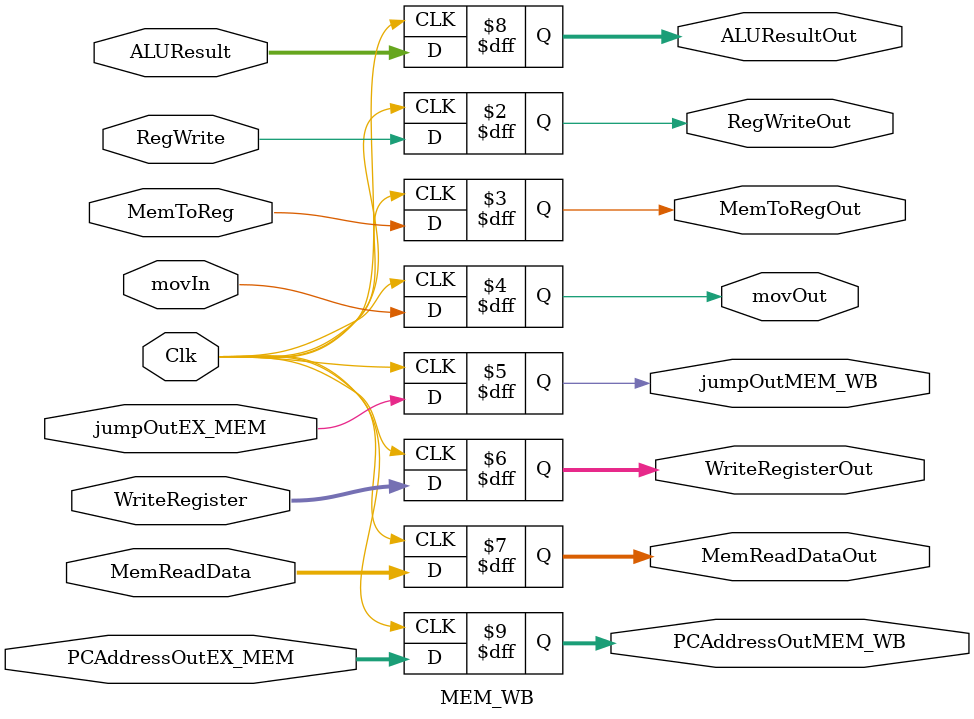
<source format=v>
`timescale 1ns / 1ps


module MEM_WB(Clk, RegWrite, MemToReg, MemReadData, ALUResult, WriteRegister,
    RegWriteOut, MemToRegOut, MemReadDataOut, ALUResultOut, WriteRegisterOut, movIn, movOut, PCAddressOutEX_MEM,
        PCAddressOutMEM_WB, jumpOutEX_MEM, jumpOutMEM_WB);
    
    input Clk, RegWrite, MemToReg, movIn, jumpOutEX_MEM;
    input [4:0] WriteRegister;
    input [31:0] MemReadData, ALUResult, PCAddressOutEX_MEM;
    output reg RegWriteOut, MemToRegOut, movOut, jumpOutMEM_WB;
    output reg [4:0] WriteRegisterOut;
    output reg [31:0] MemReadDataOut, ALUResultOut, PCAddressOutMEM_WB;
    
    always@(posedge Clk) begin
        RegWriteOut <= RegWrite;
        MemToRegOut <= MemToReg;
        MemReadDataOut <= MemReadData;
        ALUResultOut <= ALUResult;
        WriteRegisterOut <= WriteRegister;
        movOut          <= movIn;
        PCAddressOutMEM_WB <= PCAddressOutEX_MEM;
        jumpOutMEM_WB <= jumpOutEX_MEM;
    end
endmodule

</source>
